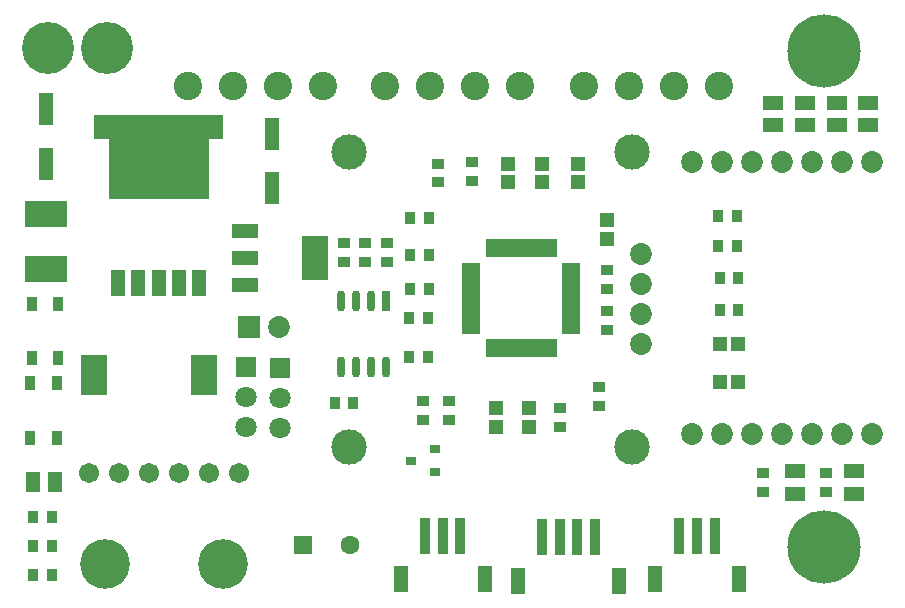
<source format=gts>
G04*
G04 #@! TF.GenerationSoftware,Altium Limited,Altium Designer,21.2.2 (38)*
G04*
G04 Layer_Color=8388736*
%FSTAX24Y24*%
%MOIN*%
G70*
G04*
G04 #@! TF.SameCoordinates,CF9AC677-4E03-495D-8773-30470D0FCF73*
G04*
G04*
G04 #@! TF.FilePolarity,Negative*
G04*
G01*
G75*
%ADD35R,0.0297X0.0710*%
%ADD36O,0.0297X0.0710*%
%ADD37R,0.3320X0.2792*%
%ADD38R,0.0461X0.0890*%
%ADD39R,0.0867X0.1340*%
%ADD40R,0.0867X0.1458*%
%ADD41R,0.0867X0.0474*%
%ADD42R,0.0474X0.0454*%
%ADD43R,0.0415X0.0336*%
%ADD44R,0.0190X0.0611*%
%ADD45R,0.0611X0.0190*%
%ADD46R,0.0651X0.0474*%
%ADD47R,0.0336X0.0415*%
%ADD48R,0.0513X0.0867*%
%ADD49R,0.0356X0.1222*%
%ADD50R,0.0454X0.0474*%
%ADD51R,0.0356X0.0316*%
%ADD52R,0.0356X0.0474*%
%ADD53R,0.0474X0.1104*%
%ADD54R,0.1415X0.0852*%
%ADD55R,0.0474X0.0651*%
%ADD56R,0.0631X0.0631*%
%ADD57C,0.0631*%
%ADD58C,0.0730*%
%ADD59C,0.1182*%
%ADD60C,0.2442*%
%ADD61C,0.0946*%
%ADD62C,0.1655*%
%ADD63C,0.0671*%
%ADD64C,0.0710*%
%ADD65R,0.0710X0.0710*%
%ADD66C,0.1734*%
%ADD67R,0.0730X0.0730*%
G36*
X013878Y026371D02*
X013248D01*
Y025579D01*
X013878D01*
Y026371D01*
D02*
G37*
G36*
X01754D02*
X016949D01*
Y025579D01*
X01754D01*
Y026371D01*
D02*
G37*
D35*
X02298Y020197D02*
D03*
D36*
X02148Y020197D02*
D03*
X02248D02*
D03*
X02198D02*
D03*
X02298Y017987D02*
D03*
X02248D02*
D03*
X02198D02*
D03*
X02148D02*
D03*
D37*
X015394Y024975D02*
D03*
D38*
X016732Y020773D02*
D03*
X016063D02*
D03*
X015396D02*
D03*
X014724D02*
D03*
X014055D02*
D03*
D39*
X013248Y017717D02*
D03*
X016909D02*
D03*
D40*
X020591Y021614D02*
D03*
D41*
X018268Y020709D02*
D03*
Y021614D02*
D03*
Y02252D02*
D03*
D42*
X02937Y024134D02*
D03*
Y024764D02*
D03*
X030354Y022244D02*
D03*
Y022874D02*
D03*
X028189Y024134D02*
D03*
Y024764D02*
D03*
X027047Y024134D02*
D03*
Y024764D02*
D03*
X027756Y015984D02*
D03*
Y016614D02*
D03*
X026654Y015984D02*
D03*
Y016614D02*
D03*
D43*
X030079Y017323D02*
D03*
Y016693D02*
D03*
X037638Y013819D02*
D03*
Y014449D02*
D03*
X035551Y013819D02*
D03*
Y014449D02*
D03*
X025827Y024173D02*
D03*
Y024803D02*
D03*
X024724Y024134D02*
D03*
Y024764D02*
D03*
X025079Y01685D02*
D03*
Y01622D02*
D03*
X024213Y01685D02*
D03*
Y01622D02*
D03*
X022992Y022126D02*
D03*
Y021496D02*
D03*
X022283Y022126D02*
D03*
Y021496D02*
D03*
X021575Y022126D02*
D03*
Y021496D02*
D03*
X030354Y019213D02*
D03*
Y019843D02*
D03*
X02878Y016614D02*
D03*
Y015984D02*
D03*
X030354Y02122D02*
D03*
Y020591D02*
D03*
D44*
X026398Y018612D02*
D03*
X026594D02*
D03*
X026791D02*
D03*
X026988D02*
D03*
X027185D02*
D03*
X027382D02*
D03*
X027579D02*
D03*
X027776D02*
D03*
X027972D02*
D03*
X028169D02*
D03*
X028366D02*
D03*
X028563D02*
D03*
Y021939D02*
D03*
X028366D02*
D03*
X028169D02*
D03*
X027972D02*
D03*
X027776D02*
D03*
X027579D02*
D03*
X027382D02*
D03*
X027185D02*
D03*
X026988D02*
D03*
X026791D02*
D03*
X026594D02*
D03*
X026398D02*
D03*
D45*
X029144Y019193D02*
D03*
Y01939D02*
D03*
Y019587D02*
D03*
Y019783D02*
D03*
Y01998D02*
D03*
Y020177D02*
D03*
Y020374D02*
D03*
Y020571D02*
D03*
Y020768D02*
D03*
Y020965D02*
D03*
Y021161D02*
D03*
Y021358D02*
D03*
X025817D02*
D03*
Y021161D02*
D03*
Y020965D02*
D03*
Y020768D02*
D03*
Y020571D02*
D03*
Y020374D02*
D03*
Y020177D02*
D03*
Y01998D02*
D03*
Y019783D02*
D03*
Y019587D02*
D03*
Y01939D02*
D03*
Y019193D02*
D03*
D46*
X038583Y014508D02*
D03*
Y01376D02*
D03*
X036614Y014508D02*
D03*
Y01376D02*
D03*
X035866Y026043D02*
D03*
Y026791D02*
D03*
X036929D02*
D03*
Y026043D02*
D03*
X039055Y026791D02*
D03*
Y026043D02*
D03*
X037992Y026791D02*
D03*
Y026043D02*
D03*
D47*
X02126Y016772D02*
D03*
X02189D02*
D03*
X02374Y019606D02*
D03*
X02437D02*
D03*
X02378Y020591D02*
D03*
X024409D02*
D03*
X02378Y021732D02*
D03*
X024409D02*
D03*
X034055Y023031D02*
D03*
X034685D02*
D03*
X034055Y022008D02*
D03*
X034685D02*
D03*
X034094Y019882D02*
D03*
X034724D02*
D03*
X034094Y020945D02*
D03*
X034724D02*
D03*
X02374Y018307D02*
D03*
X02437D02*
D03*
X024409Y022953D02*
D03*
X02378D02*
D03*
X01185Y012008D02*
D03*
X01122D02*
D03*
Y012992D02*
D03*
X01185D02*
D03*
X01122Y011063D02*
D03*
X01185D02*
D03*
D48*
X023465Y010906D02*
D03*
X02626D02*
D03*
X027362Y010866D02*
D03*
X030748D02*
D03*
X031949Y010906D02*
D03*
X034744D02*
D03*
D49*
X024272Y012362D02*
D03*
X024862D02*
D03*
X025453Y012362D02*
D03*
X02935Y012323D02*
D03*
X02876Y012323D02*
D03*
X028169D02*
D03*
X029941Y012323D02*
D03*
X032756Y012362D02*
D03*
X033346D02*
D03*
X033937Y012362D02*
D03*
D50*
X034724Y01748D02*
D03*
X034094D02*
D03*
X034724Y01874D02*
D03*
X034094D02*
D03*
D51*
X024606Y014488D02*
D03*
Y015236D02*
D03*
X023819Y014862D02*
D03*
D52*
X011122Y01563D02*
D03*
Y017441D02*
D03*
X012008Y01563D02*
D03*
Y017441D02*
D03*
X011171Y018268D02*
D03*
Y020079D02*
D03*
X012057Y018268D02*
D03*
Y020079D02*
D03*
D53*
X011654Y024764D02*
D03*
Y026575D02*
D03*
X019173Y025748D02*
D03*
Y023937D02*
D03*
D54*
X011654Y02126D02*
D03*
Y023071D02*
D03*
D55*
X011949Y014134D02*
D03*
X011201D02*
D03*
D56*
X020197Y012047D02*
D03*
D57*
X021772D02*
D03*
D58*
X033189Y015748D02*
D03*
X034189D02*
D03*
X035189D02*
D03*
X036189D02*
D03*
X037189D02*
D03*
X038189D02*
D03*
X039189D02*
D03*
X033189Y024803D02*
D03*
X034189D02*
D03*
X035189D02*
D03*
X036189D02*
D03*
X037189D02*
D03*
X038189D02*
D03*
X039189D02*
D03*
X031476Y018736D02*
D03*
Y020736D02*
D03*
Y021736D02*
D03*
Y019736D02*
D03*
X019398Y019331D02*
D03*
D59*
X031181Y015315D02*
D03*
X021732D02*
D03*
X031181Y025157D02*
D03*
X021732D02*
D03*
D60*
X037559Y011968D02*
D03*
Y028504D02*
D03*
D61*
X024453Y027362D02*
D03*
X022953D02*
D03*
X027453D02*
D03*
X025953D02*
D03*
X01787D02*
D03*
X01637D02*
D03*
X02087D02*
D03*
X01937D02*
D03*
X031067D02*
D03*
X029567D02*
D03*
X034067D02*
D03*
X032567D02*
D03*
D62*
X017547Y011417D02*
D03*
X01361D02*
D03*
D63*
X015079Y014449D02*
D03*
X016079D02*
D03*
X014079D02*
D03*
X013079D02*
D03*
X017079D02*
D03*
X018079D02*
D03*
D64*
X018307Y016968D02*
D03*
Y015969D02*
D03*
X019449Y016953D02*
D03*
Y015953D02*
D03*
D65*
X018307Y017968D02*
D03*
X019449Y017953D02*
D03*
D66*
X013661Y028622D02*
D03*
X011693D02*
D03*
D67*
X018398Y019331D02*
D03*
M02*

</source>
